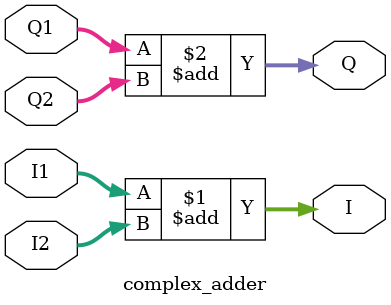
<source format=v>
`timescale 1ns / 1ps


module complex_adder(I1, Q1, I2, Q2, I, Q);
    input signed [17:0] I1,  Q1, I2, Q2;
    output signed [17:0] I, Q;
  
    assign I = I1+I2;
    assign Q = Q1+Q2;
endmodule

</source>
